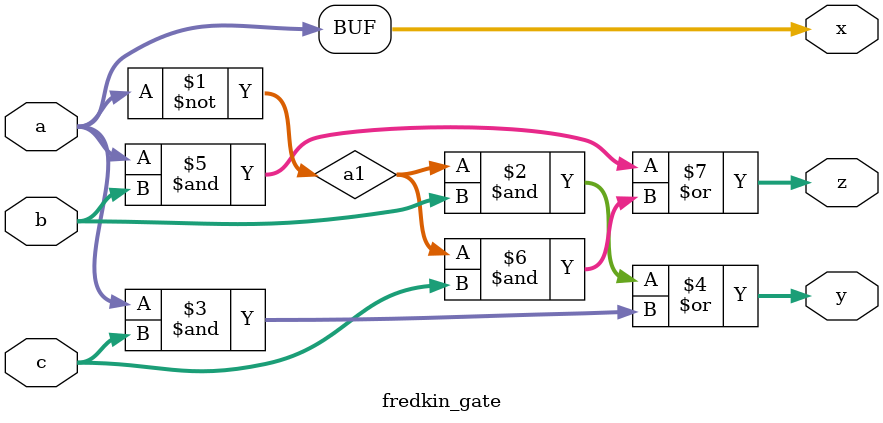
<source format=v>
`timescale 1ns / 1ps

module basic_alu_unit (
    input [7:0] a,      
    input [7:0] b,       
    input [2:0] sel,    
    output reg [7:0] out 
);

    wire [7:0] x1, x2, x3;
    wire [7:0] y1, y2, y3;
    
   
    peres_gate pg1 (
        .a(1'b0),
        .b(b),
        .c(c), // dummy input for Peres gate
        .x(x1),
        .y(x2),
        .z(x3)
    );
    
    fredkin_gate fg1 (
        .a(1'b0),
        .b(b),
        .c(c), // dummy input for Fredkin gate
        .x(y1),
        .y(y2),
        .z(y3)
    );
    
    always @(*) begin
        case(sel)
            3'b000: out = a + b;                  // Addition
            3'b001: out = a - b;                  // Subtraction
            3'b010: out = a * b;                  // Multiplication
            3'b011: out = (b != 0) ? a / b : 8'b0; // Division 
            3'b100: out = a << 1;                 // Left shift
            3'b101: out = a >> 1;                 // Right shift
            3'b110: out =  ~(a & b);                //Bitwise AND
            3'b111: out = (a ^ b);                 // xor
            default: out = 8'b0;                  // Default case (zero output)
        endcase
    end

endmodule

// Peres gate module
module peres_gate (
    input [7:0] a, b, c,
    output [7:0] x, y, z
);
    assign x = a;                
    assign y = a ^ b;          
    assign z = (a & b) ^ c;  
endmodule

// Fredkin gate module
module fredkin_gate (
    input [7:0] a, b, c,
    output [7:0] x, y, z
);
    wire [7:0] a1;
    assign a1 = ~a;              
    assign x = a;              
    assign y = (a1 & b) | (a & c); 
    assign z = (a & b) | (a1 & c); 
endmodule

</source>
